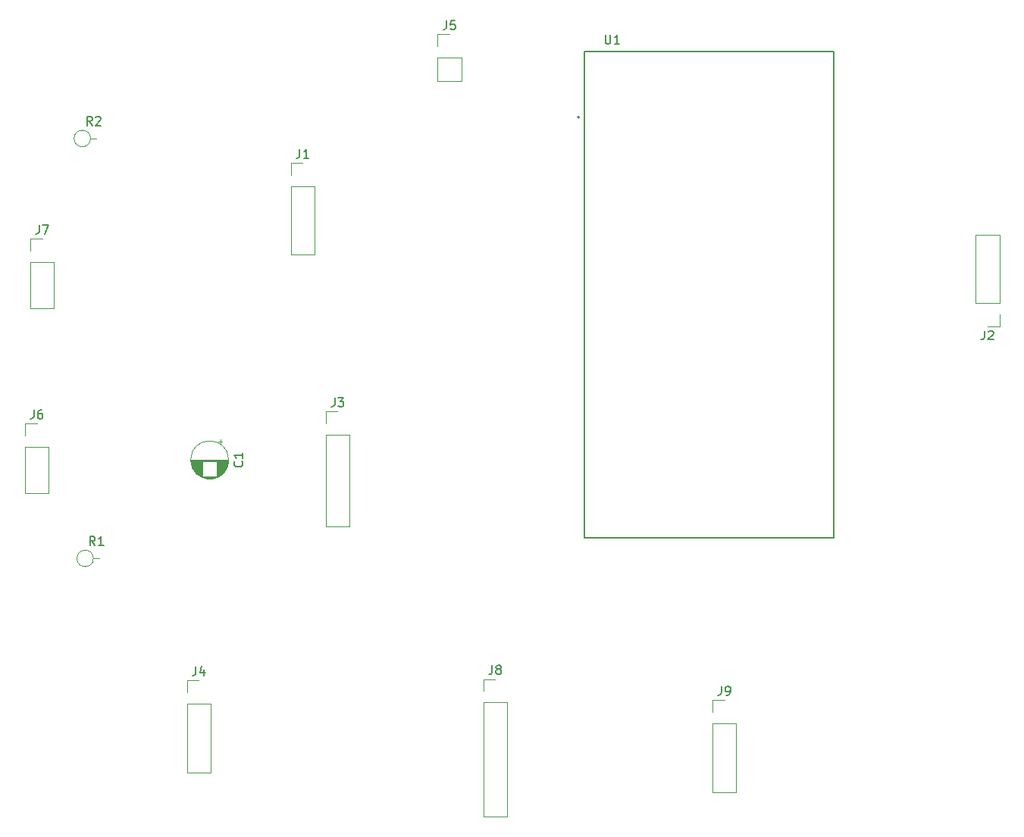
<source format=gbr>
%TF.GenerationSoftware,KiCad,Pcbnew,8.0.8*%
%TF.CreationDate,2025-04-28T03:19:26-05:00*%
%TF.ProjectId,TBA_PCB,5442415f-5043-4422-9e6b-696361645f70,rev?*%
%TF.SameCoordinates,Original*%
%TF.FileFunction,Legend,Top*%
%TF.FilePolarity,Positive*%
%FSLAX46Y46*%
G04 Gerber Fmt 4.6, Leading zero omitted, Abs format (unit mm)*
G04 Created by KiCad (PCBNEW 8.0.8) date 2025-04-28 03:19:26*
%MOMM*%
%LPD*%
G01*
G04 APERTURE LIST*
%ADD10C,0.150000*%
%ADD11C,0.120000*%
%ADD12C,0.200000*%
%ADD13C,0.127000*%
G04 APERTURE END LIST*
D10*
X112666666Y-131684819D02*
X112666666Y-132399104D01*
X112666666Y-132399104D02*
X112619047Y-132541961D01*
X112619047Y-132541961D02*
X112523809Y-132637200D01*
X112523809Y-132637200D02*
X112380952Y-132684819D01*
X112380952Y-132684819D02*
X112285714Y-132684819D01*
X113285714Y-132113390D02*
X113190476Y-132065771D01*
X113190476Y-132065771D02*
X113142857Y-132018152D01*
X113142857Y-132018152D02*
X113095238Y-131922914D01*
X113095238Y-131922914D02*
X113095238Y-131875295D01*
X113095238Y-131875295D02*
X113142857Y-131780057D01*
X113142857Y-131780057D02*
X113190476Y-131732438D01*
X113190476Y-131732438D02*
X113285714Y-131684819D01*
X113285714Y-131684819D02*
X113476190Y-131684819D01*
X113476190Y-131684819D02*
X113571428Y-131732438D01*
X113571428Y-131732438D02*
X113619047Y-131780057D01*
X113619047Y-131780057D02*
X113666666Y-131875295D01*
X113666666Y-131875295D02*
X113666666Y-131922914D01*
X113666666Y-131922914D02*
X113619047Y-132018152D01*
X113619047Y-132018152D02*
X113571428Y-132065771D01*
X113571428Y-132065771D02*
X113476190Y-132113390D01*
X113476190Y-132113390D02*
X113285714Y-132113390D01*
X113285714Y-132113390D02*
X113190476Y-132161009D01*
X113190476Y-132161009D02*
X113142857Y-132208628D01*
X113142857Y-132208628D02*
X113095238Y-132303866D01*
X113095238Y-132303866D02*
X113095238Y-132494342D01*
X113095238Y-132494342D02*
X113142857Y-132589580D01*
X113142857Y-132589580D02*
X113190476Y-132637200D01*
X113190476Y-132637200D02*
X113285714Y-132684819D01*
X113285714Y-132684819D02*
X113476190Y-132684819D01*
X113476190Y-132684819D02*
X113571428Y-132637200D01*
X113571428Y-132637200D02*
X113619047Y-132589580D01*
X113619047Y-132589580D02*
X113666666Y-132494342D01*
X113666666Y-132494342D02*
X113666666Y-132303866D01*
X113666666Y-132303866D02*
X113619047Y-132208628D01*
X113619047Y-132208628D02*
X113571428Y-132161009D01*
X113571428Y-132161009D02*
X113476190Y-132113390D01*
X167666666Y-94284819D02*
X167666666Y-94999104D01*
X167666666Y-94999104D02*
X167619047Y-95141961D01*
X167619047Y-95141961D02*
X167523809Y-95237200D01*
X167523809Y-95237200D02*
X167380952Y-95284819D01*
X167380952Y-95284819D02*
X167285714Y-95284819D01*
X168095238Y-94380057D02*
X168142857Y-94332438D01*
X168142857Y-94332438D02*
X168238095Y-94284819D01*
X168238095Y-94284819D02*
X168476190Y-94284819D01*
X168476190Y-94284819D02*
X168571428Y-94332438D01*
X168571428Y-94332438D02*
X168619047Y-94380057D01*
X168619047Y-94380057D02*
X168666666Y-94475295D01*
X168666666Y-94475295D02*
X168666666Y-94570533D01*
X168666666Y-94570533D02*
X168619047Y-94713390D01*
X168619047Y-94713390D02*
X168047619Y-95284819D01*
X168047619Y-95284819D02*
X168666666Y-95284819D01*
X107566666Y-59624819D02*
X107566666Y-60339104D01*
X107566666Y-60339104D02*
X107519047Y-60481961D01*
X107519047Y-60481961D02*
X107423809Y-60577200D01*
X107423809Y-60577200D02*
X107280952Y-60624819D01*
X107280952Y-60624819D02*
X107185714Y-60624819D01*
X108519047Y-59624819D02*
X108042857Y-59624819D01*
X108042857Y-59624819D02*
X107995238Y-60101009D01*
X107995238Y-60101009D02*
X108042857Y-60053390D01*
X108042857Y-60053390D02*
X108138095Y-60005771D01*
X108138095Y-60005771D02*
X108376190Y-60005771D01*
X108376190Y-60005771D02*
X108471428Y-60053390D01*
X108471428Y-60053390D02*
X108519047Y-60101009D01*
X108519047Y-60101009D02*
X108566666Y-60196247D01*
X108566666Y-60196247D02*
X108566666Y-60434342D01*
X108566666Y-60434342D02*
X108519047Y-60529580D01*
X108519047Y-60529580D02*
X108471428Y-60577200D01*
X108471428Y-60577200D02*
X108376190Y-60624819D01*
X108376190Y-60624819D02*
X108138095Y-60624819D01*
X108138095Y-60624819D02*
X108042857Y-60577200D01*
X108042857Y-60577200D02*
X107995238Y-60529580D01*
X84709580Y-108894066D02*
X84757200Y-108941685D01*
X84757200Y-108941685D02*
X84804819Y-109084542D01*
X84804819Y-109084542D02*
X84804819Y-109179780D01*
X84804819Y-109179780D02*
X84757200Y-109322637D01*
X84757200Y-109322637D02*
X84661961Y-109417875D01*
X84661961Y-109417875D02*
X84566723Y-109465494D01*
X84566723Y-109465494D02*
X84376247Y-109513113D01*
X84376247Y-109513113D02*
X84233390Y-109513113D01*
X84233390Y-109513113D02*
X84042914Y-109465494D01*
X84042914Y-109465494D02*
X83947676Y-109417875D01*
X83947676Y-109417875D02*
X83852438Y-109322637D01*
X83852438Y-109322637D02*
X83804819Y-109179780D01*
X83804819Y-109179780D02*
X83804819Y-109084542D01*
X83804819Y-109084542D02*
X83852438Y-108941685D01*
X83852438Y-108941685D02*
X83900057Y-108894066D01*
X84804819Y-107941685D02*
X84804819Y-108513113D01*
X84804819Y-108227399D02*
X83804819Y-108227399D01*
X83804819Y-108227399D02*
X83947676Y-108322637D01*
X83947676Y-108322637D02*
X84042914Y-108417875D01*
X84042914Y-108417875D02*
X84090533Y-108513113D01*
X67983333Y-71334819D02*
X67650000Y-70858628D01*
X67411905Y-71334819D02*
X67411905Y-70334819D01*
X67411905Y-70334819D02*
X67792857Y-70334819D01*
X67792857Y-70334819D02*
X67888095Y-70382438D01*
X67888095Y-70382438D02*
X67935714Y-70430057D01*
X67935714Y-70430057D02*
X67983333Y-70525295D01*
X67983333Y-70525295D02*
X67983333Y-70668152D01*
X67983333Y-70668152D02*
X67935714Y-70763390D01*
X67935714Y-70763390D02*
X67888095Y-70811009D01*
X67888095Y-70811009D02*
X67792857Y-70858628D01*
X67792857Y-70858628D02*
X67411905Y-70858628D01*
X68364286Y-70430057D02*
X68411905Y-70382438D01*
X68411905Y-70382438D02*
X68507143Y-70334819D01*
X68507143Y-70334819D02*
X68745238Y-70334819D01*
X68745238Y-70334819D02*
X68840476Y-70382438D01*
X68840476Y-70382438D02*
X68888095Y-70430057D01*
X68888095Y-70430057D02*
X68935714Y-70525295D01*
X68935714Y-70525295D02*
X68935714Y-70620533D01*
X68935714Y-70620533D02*
X68888095Y-70763390D01*
X68888095Y-70763390D02*
X68316667Y-71334819D01*
X68316667Y-71334819D02*
X68935714Y-71334819D01*
X79566666Y-131824819D02*
X79566666Y-132539104D01*
X79566666Y-132539104D02*
X79519047Y-132681961D01*
X79519047Y-132681961D02*
X79423809Y-132777200D01*
X79423809Y-132777200D02*
X79280952Y-132824819D01*
X79280952Y-132824819D02*
X79185714Y-132824819D01*
X80471428Y-132158152D02*
X80471428Y-132824819D01*
X80233333Y-131777200D02*
X79995238Y-132491485D01*
X79995238Y-132491485D02*
X80614285Y-132491485D01*
X68303333Y-118274819D02*
X67970000Y-117798628D01*
X67731905Y-118274819D02*
X67731905Y-117274819D01*
X67731905Y-117274819D02*
X68112857Y-117274819D01*
X68112857Y-117274819D02*
X68208095Y-117322438D01*
X68208095Y-117322438D02*
X68255714Y-117370057D01*
X68255714Y-117370057D02*
X68303333Y-117465295D01*
X68303333Y-117465295D02*
X68303333Y-117608152D01*
X68303333Y-117608152D02*
X68255714Y-117703390D01*
X68255714Y-117703390D02*
X68208095Y-117751009D01*
X68208095Y-117751009D02*
X68112857Y-117798628D01*
X68112857Y-117798628D02*
X67731905Y-117798628D01*
X69255714Y-118274819D02*
X68684286Y-118274819D01*
X68970000Y-118274819D02*
X68970000Y-117274819D01*
X68970000Y-117274819D02*
X68874762Y-117417676D01*
X68874762Y-117417676D02*
X68779524Y-117512914D01*
X68779524Y-117512914D02*
X68684286Y-117560533D01*
X91166666Y-73984819D02*
X91166666Y-74699104D01*
X91166666Y-74699104D02*
X91119047Y-74841961D01*
X91119047Y-74841961D02*
X91023809Y-74937200D01*
X91023809Y-74937200D02*
X90880952Y-74984819D01*
X90880952Y-74984819D02*
X90785714Y-74984819D01*
X92166666Y-74984819D02*
X91595238Y-74984819D01*
X91880952Y-74984819D02*
X91880952Y-73984819D01*
X91880952Y-73984819D02*
X91785714Y-74127676D01*
X91785714Y-74127676D02*
X91690476Y-74222914D01*
X91690476Y-74222914D02*
X91595238Y-74270533D01*
X95066666Y-101784819D02*
X95066666Y-102499104D01*
X95066666Y-102499104D02*
X95019047Y-102641961D01*
X95019047Y-102641961D02*
X94923809Y-102737200D01*
X94923809Y-102737200D02*
X94780952Y-102784819D01*
X94780952Y-102784819D02*
X94685714Y-102784819D01*
X95447619Y-101784819D02*
X96066666Y-101784819D01*
X96066666Y-101784819D02*
X95733333Y-102165771D01*
X95733333Y-102165771D02*
X95876190Y-102165771D01*
X95876190Y-102165771D02*
X95971428Y-102213390D01*
X95971428Y-102213390D02*
X96019047Y-102261009D01*
X96019047Y-102261009D02*
X96066666Y-102356247D01*
X96066666Y-102356247D02*
X96066666Y-102594342D01*
X96066666Y-102594342D02*
X96019047Y-102689580D01*
X96019047Y-102689580D02*
X95971428Y-102737200D01*
X95971428Y-102737200D02*
X95876190Y-102784819D01*
X95876190Y-102784819D02*
X95590476Y-102784819D01*
X95590476Y-102784819D02*
X95495238Y-102737200D01*
X95495238Y-102737200D02*
X95447619Y-102689580D01*
X61466666Y-103144819D02*
X61466666Y-103859104D01*
X61466666Y-103859104D02*
X61419047Y-104001961D01*
X61419047Y-104001961D02*
X61323809Y-104097200D01*
X61323809Y-104097200D02*
X61180952Y-104144819D01*
X61180952Y-104144819D02*
X61085714Y-104144819D01*
X62371428Y-103144819D02*
X62180952Y-103144819D01*
X62180952Y-103144819D02*
X62085714Y-103192438D01*
X62085714Y-103192438D02*
X62038095Y-103240057D01*
X62038095Y-103240057D02*
X61942857Y-103382914D01*
X61942857Y-103382914D02*
X61895238Y-103573390D01*
X61895238Y-103573390D02*
X61895238Y-103954342D01*
X61895238Y-103954342D02*
X61942857Y-104049580D01*
X61942857Y-104049580D02*
X61990476Y-104097200D01*
X61990476Y-104097200D02*
X62085714Y-104144819D01*
X62085714Y-104144819D02*
X62276190Y-104144819D01*
X62276190Y-104144819D02*
X62371428Y-104097200D01*
X62371428Y-104097200D02*
X62419047Y-104049580D01*
X62419047Y-104049580D02*
X62466666Y-103954342D01*
X62466666Y-103954342D02*
X62466666Y-103716247D01*
X62466666Y-103716247D02*
X62419047Y-103621009D01*
X62419047Y-103621009D02*
X62371428Y-103573390D01*
X62371428Y-103573390D02*
X62276190Y-103525771D01*
X62276190Y-103525771D02*
X62085714Y-103525771D01*
X62085714Y-103525771D02*
X61990476Y-103573390D01*
X61990476Y-103573390D02*
X61942857Y-103621009D01*
X61942857Y-103621009D02*
X61895238Y-103716247D01*
X62066666Y-82484819D02*
X62066666Y-83199104D01*
X62066666Y-83199104D02*
X62019047Y-83341961D01*
X62019047Y-83341961D02*
X61923809Y-83437200D01*
X61923809Y-83437200D02*
X61780952Y-83484819D01*
X61780952Y-83484819D02*
X61685714Y-83484819D01*
X62447619Y-82484819D02*
X63114285Y-82484819D01*
X63114285Y-82484819D02*
X62685714Y-83484819D01*
X138266666Y-134024819D02*
X138266666Y-134739104D01*
X138266666Y-134739104D02*
X138219047Y-134881961D01*
X138219047Y-134881961D02*
X138123809Y-134977200D01*
X138123809Y-134977200D02*
X137980952Y-135024819D01*
X137980952Y-135024819D02*
X137885714Y-135024819D01*
X138790476Y-135024819D02*
X138980952Y-135024819D01*
X138980952Y-135024819D02*
X139076190Y-134977200D01*
X139076190Y-134977200D02*
X139123809Y-134929580D01*
X139123809Y-134929580D02*
X139219047Y-134786723D01*
X139219047Y-134786723D02*
X139266666Y-134596247D01*
X139266666Y-134596247D02*
X139266666Y-134215295D01*
X139266666Y-134215295D02*
X139219047Y-134120057D01*
X139219047Y-134120057D02*
X139171428Y-134072438D01*
X139171428Y-134072438D02*
X139076190Y-134024819D01*
X139076190Y-134024819D02*
X138885714Y-134024819D01*
X138885714Y-134024819D02*
X138790476Y-134072438D01*
X138790476Y-134072438D02*
X138742857Y-134120057D01*
X138742857Y-134120057D02*
X138695238Y-134215295D01*
X138695238Y-134215295D02*
X138695238Y-134453390D01*
X138695238Y-134453390D02*
X138742857Y-134548628D01*
X138742857Y-134548628D02*
X138790476Y-134596247D01*
X138790476Y-134596247D02*
X138885714Y-134643866D01*
X138885714Y-134643866D02*
X139076190Y-134643866D01*
X139076190Y-134643866D02*
X139171428Y-134596247D01*
X139171428Y-134596247D02*
X139219047Y-134548628D01*
X139219047Y-134548628D02*
X139266666Y-134453390D01*
X125308626Y-61208567D02*
X125308626Y-62018403D01*
X125308626Y-62018403D02*
X125356263Y-62113678D01*
X125356263Y-62113678D02*
X125403901Y-62161316D01*
X125403901Y-62161316D02*
X125499175Y-62208953D01*
X125499175Y-62208953D02*
X125689725Y-62208953D01*
X125689725Y-62208953D02*
X125785000Y-62161316D01*
X125785000Y-62161316D02*
X125832637Y-62113678D01*
X125832637Y-62113678D02*
X125880275Y-62018403D01*
X125880275Y-62018403D02*
X125880275Y-61208567D01*
X126880660Y-62208953D02*
X126309011Y-62208953D01*
X126594836Y-62208953D02*
X126594836Y-61208567D01*
X126594836Y-61208567D02*
X126499561Y-61351479D01*
X126499561Y-61351479D02*
X126404286Y-61446754D01*
X126404286Y-61446754D02*
X126309011Y-61494392D01*
D11*
%TO.C,J8*%
X111670000Y-133230000D02*
X113000000Y-133230000D01*
X111670000Y-134560000D02*
X111670000Y-133230000D01*
X111670000Y-135830000D02*
X111670000Y-148590000D01*
X111670000Y-135830000D02*
X114330000Y-135830000D01*
X111670000Y-148590000D02*
X114330000Y-148590000D01*
X114330000Y-135830000D02*
X114330000Y-148590000D01*
%TO.C,J2*%
X166670000Y-91230000D02*
X166670000Y-83550000D01*
X169330000Y-83550000D02*
X166670000Y-83550000D01*
X169330000Y-91230000D02*
X166670000Y-91230000D01*
X169330000Y-91230000D02*
X169330000Y-83550000D01*
X169330000Y-92500000D02*
X169330000Y-93830000D01*
X169330000Y-93830000D02*
X168000000Y-93830000D01*
%TO.C,J5*%
X106570000Y-61170000D02*
X107900000Y-61170000D01*
X106570000Y-62500000D02*
X106570000Y-61170000D01*
X106570000Y-63770000D02*
X106570000Y-66370000D01*
X106570000Y-63770000D02*
X109230000Y-63770000D01*
X106570000Y-66370000D02*
X109230000Y-66370000D01*
X109230000Y-63770000D02*
X109230000Y-66370000D01*
%TO.C,C1*%
X80260000Y-108927400D02*
X79029000Y-108927400D01*
X80260000Y-108967400D02*
X79033000Y-108967400D01*
X80260000Y-109007400D02*
X79038000Y-109007400D01*
X80260000Y-109047400D02*
X79044000Y-109047400D01*
X80260000Y-109087400D02*
X79050000Y-109087400D01*
X80260000Y-109127400D02*
X79058000Y-109127400D01*
X80260000Y-109167400D02*
X79066000Y-109167400D01*
X80260000Y-109207400D02*
X79075000Y-109207400D01*
X80260000Y-109247400D02*
X79084000Y-109247400D01*
X80260000Y-109287400D02*
X79095000Y-109287400D01*
X80260000Y-109327400D02*
X79106000Y-109327400D01*
X80260000Y-109367400D02*
X79118000Y-109367400D01*
X80260000Y-109407400D02*
X79132000Y-109407400D01*
X80260000Y-109448400D02*
X79146000Y-109448400D01*
X80260000Y-109488400D02*
X79160000Y-109488400D01*
X80260000Y-109528400D02*
X79176000Y-109528400D01*
X80260000Y-109568400D02*
X79193000Y-109568400D01*
X80260000Y-109608400D02*
X79211000Y-109608400D01*
X80260000Y-109648400D02*
X79230000Y-109648400D01*
X80260000Y-109688400D02*
X79249000Y-109688400D01*
X80260000Y-109728400D02*
X79270000Y-109728400D01*
X80260000Y-109768400D02*
X79292000Y-109768400D01*
X80260000Y-109808400D02*
X79315000Y-109808400D01*
X80260000Y-109848400D02*
X79340000Y-109848400D01*
X80260000Y-109888400D02*
X79365000Y-109888400D01*
X80260000Y-109928400D02*
X79392000Y-109928400D01*
X80260000Y-109968400D02*
X79420000Y-109968400D01*
X80260000Y-110008400D02*
X79450000Y-110008400D01*
X80260000Y-110048400D02*
X79481000Y-110048400D01*
X80260000Y-110088400D02*
X79513000Y-110088400D01*
X80260000Y-110128400D02*
X79548000Y-110128400D01*
X80260000Y-110168400D02*
X79584000Y-110168400D01*
X80260000Y-110208400D02*
X79622000Y-110208400D01*
X80260000Y-110248400D02*
X79662000Y-110248400D01*
X80260000Y-110288400D02*
X79704000Y-110288400D01*
X80260000Y-110328400D02*
X79749000Y-110328400D01*
X80260000Y-110368400D02*
X79796000Y-110368400D01*
X80260000Y-110408400D02*
X79846000Y-110408400D01*
X80260000Y-110448400D02*
X79900000Y-110448400D01*
X80260000Y-110488400D02*
X79958000Y-110488400D01*
X80260000Y-110528400D02*
X80020000Y-110528400D01*
X81470000Y-110808400D02*
X80730000Y-110808400D01*
X81637000Y-110768400D02*
X80563000Y-110768400D01*
X81764000Y-110728400D02*
X80436000Y-110728400D01*
X81868000Y-110688400D02*
X80332000Y-110688400D01*
X81959000Y-110648400D02*
X80241000Y-110648400D01*
X82040000Y-110608400D02*
X80160000Y-110608400D01*
X82113000Y-110568400D02*
X80087000Y-110568400D01*
X82180000Y-110528400D02*
X81940000Y-110528400D01*
X82242000Y-110488400D02*
X81940000Y-110488400D01*
X82295000Y-106457599D02*
X82295000Y-106857599D01*
X82300000Y-110448400D02*
X81940000Y-110448400D01*
X82354000Y-110408400D02*
X81940000Y-110408400D01*
X82404000Y-110368400D02*
X81940000Y-110368400D01*
X82451000Y-110328400D02*
X81940000Y-110328400D01*
X82495000Y-106657599D02*
X82095000Y-106657599D01*
X82496000Y-110288400D02*
X81940000Y-110288400D01*
X82538000Y-110248400D02*
X81940000Y-110248400D01*
X82578000Y-110208400D02*
X81940000Y-110208400D01*
X82616000Y-110168400D02*
X81940000Y-110168400D01*
X82652000Y-110128400D02*
X81940000Y-110128400D01*
X82687000Y-110088400D02*
X81940000Y-110088400D01*
X82719000Y-110048400D02*
X81940000Y-110048400D01*
X82750000Y-110008400D02*
X81940000Y-110008400D01*
X82780000Y-109968400D02*
X81940000Y-109968400D01*
X82808000Y-109928400D02*
X81940000Y-109928400D01*
X82835000Y-109888400D02*
X81940000Y-109888400D01*
X82860000Y-109848400D02*
X81940000Y-109848400D01*
X82885000Y-109808400D02*
X81940000Y-109808400D01*
X82908000Y-109768400D02*
X81940000Y-109768400D01*
X82930000Y-109728400D02*
X81940000Y-109728400D01*
X82951000Y-109688400D02*
X81940000Y-109688400D01*
X82970000Y-109648400D02*
X81940000Y-109648400D01*
X82989000Y-109608400D02*
X81940000Y-109608400D01*
X83007000Y-109568400D02*
X81940000Y-109568400D01*
X83024000Y-109528400D02*
X81940000Y-109528400D01*
X83040000Y-109488400D02*
X81940000Y-109488400D01*
X83054000Y-109448400D02*
X81940000Y-109448400D01*
X83068000Y-109407400D02*
X81940000Y-109407400D01*
X83082000Y-109367400D02*
X81940000Y-109367400D01*
X83094000Y-109327400D02*
X81940000Y-109327400D01*
X83105000Y-109287400D02*
X81940000Y-109287400D01*
X83116000Y-109247400D02*
X81940000Y-109247400D01*
X83125000Y-109207400D02*
X81940000Y-109207400D01*
X83134000Y-109167400D02*
X81940000Y-109167400D01*
X83142000Y-109127400D02*
X81940000Y-109127400D01*
X83150000Y-109087400D02*
X81940000Y-109087400D01*
X83156000Y-109047400D02*
X81940000Y-109047400D01*
X83162000Y-109007400D02*
X81940000Y-109007400D01*
X83167000Y-108967400D02*
X81940000Y-108967400D01*
X83171000Y-108927400D02*
X81940000Y-108927400D01*
X83174000Y-108887400D02*
X79026000Y-108887400D01*
X83177000Y-108847400D02*
X79023000Y-108847400D01*
X83179000Y-108807400D02*
X79021000Y-108807400D01*
X83180000Y-108727400D02*
X79020000Y-108727400D01*
X83180000Y-108767400D02*
X79020000Y-108767400D01*
X83220000Y-108727400D02*
G75*
G02*
X78980000Y-108727400I-2120000J0D01*
G01*
X78980000Y-108727400D02*
G75*
G02*
X83220000Y-108727400I2120000J0D01*
G01*
%TO.C,R2*%
X67800000Y-72800000D02*
X68420000Y-72800000D01*
X67800000Y-72800000D02*
G75*
G02*
X65960000Y-72800000I-920000J0D01*
G01*
X65960000Y-72800000D02*
G75*
G02*
X67800000Y-72800000I920000J0D01*
G01*
%TO.C,J4*%
X78570000Y-133370000D02*
X79900000Y-133370000D01*
X78570000Y-134700000D02*
X78570000Y-133370000D01*
X78570000Y-135970000D02*
X78570000Y-143650000D01*
X78570000Y-135970000D02*
X81230000Y-135970000D01*
X78570000Y-143650000D02*
X81230000Y-143650000D01*
X81230000Y-135970000D02*
X81230000Y-143650000D01*
%TO.C,R1*%
X68120000Y-119740000D02*
X68740000Y-119740000D01*
X68120000Y-119740000D02*
G75*
G02*
X66280000Y-119740000I-920000J0D01*
G01*
X66280000Y-119740000D02*
G75*
G02*
X68120000Y-119740000I920000J0D01*
G01*
%TO.C,J1*%
X90170000Y-75530000D02*
X91500000Y-75530000D01*
X90170000Y-76860000D02*
X90170000Y-75530000D01*
X90170000Y-78130000D02*
X90170000Y-85810000D01*
X90170000Y-78130000D02*
X92830000Y-78130000D01*
X90170000Y-85810000D02*
X92830000Y-85810000D01*
X92830000Y-78130000D02*
X92830000Y-85810000D01*
%TO.C,J3*%
X94070000Y-103330000D02*
X95400000Y-103330000D01*
X94070000Y-104660000D02*
X94070000Y-103330000D01*
X94070000Y-105930000D02*
X94070000Y-116150000D01*
X94070000Y-105930000D02*
X96730000Y-105930000D01*
X94070000Y-116150000D02*
X96730000Y-116150000D01*
X96730000Y-105930000D02*
X96730000Y-116150000D01*
%TO.C,J6*%
X60470000Y-104690000D02*
X61800000Y-104690000D01*
X60470000Y-106020000D02*
X60470000Y-104690000D01*
X60470000Y-107290000D02*
X60470000Y-112430000D01*
X60470000Y-107290000D02*
X63130000Y-107290000D01*
X60470000Y-112430000D02*
X63130000Y-112430000D01*
X63130000Y-107290000D02*
X63130000Y-112430000D01*
%TO.C,J7*%
X61070000Y-84030000D02*
X62400000Y-84030000D01*
X61070000Y-85360000D02*
X61070000Y-84030000D01*
X61070000Y-86630000D02*
X61070000Y-91770000D01*
X61070000Y-86630000D02*
X63730000Y-86630000D01*
X61070000Y-91770000D02*
X63730000Y-91770000D01*
X63730000Y-86630000D02*
X63730000Y-91770000D01*
%TO.C,J9*%
X137270000Y-135570000D02*
X138600000Y-135570000D01*
X137270000Y-136900000D02*
X137270000Y-135570000D01*
X137270000Y-138170000D02*
X137270000Y-145850000D01*
X137270000Y-138170000D02*
X139930000Y-138170000D01*
X137270000Y-145850000D02*
X139930000Y-145850000D01*
X139930000Y-138170000D02*
X139930000Y-145850000D01*
D12*
%TO.C,U1*%
X122400000Y-70440000D02*
G75*
G02*
X122200000Y-70440000I-100000J0D01*
G01*
X122200000Y-70440000D02*
G75*
G02*
X122400000Y-70440000I100000J0D01*
G01*
D13*
X150850000Y-117450000D02*
X122950000Y-117450000D01*
X150850000Y-63050000D02*
X150850000Y-117450000D01*
X122950000Y-117450000D02*
X122950000Y-63050000D01*
X122950000Y-63050000D02*
X150850000Y-63050000D01*
%TD*%
M02*

</source>
